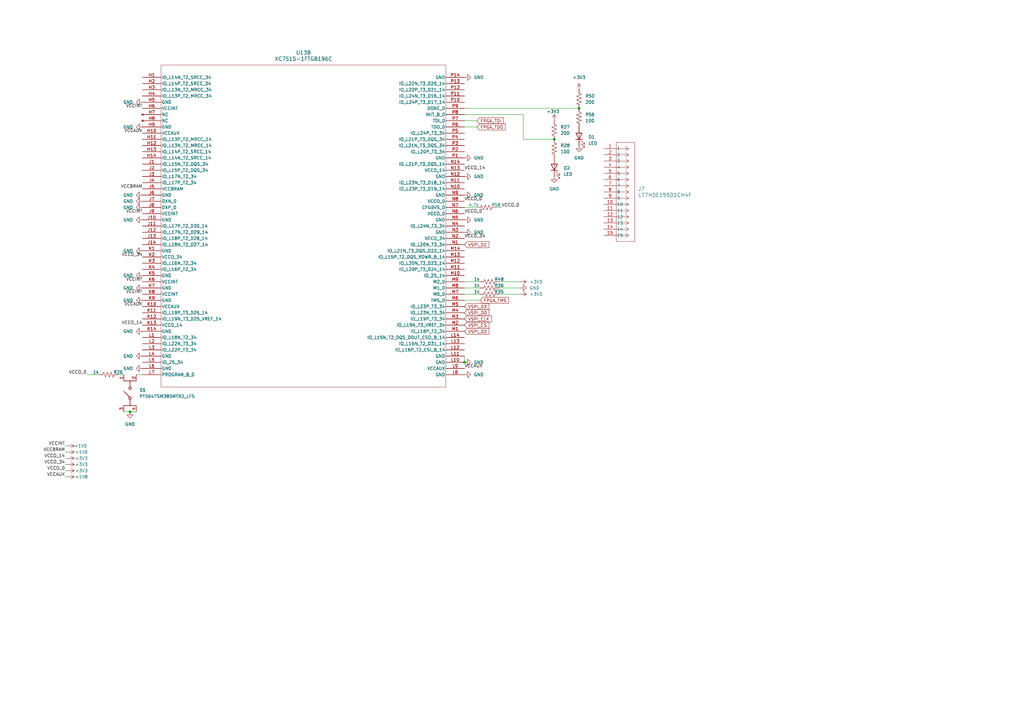
<source format=kicad_sch>
(kicad_sch (version 20250114) (generator "eeschema") (generator_version "9.0")
  (paper "A3")
  (lib_symbols
    (symbol "Device:LED" (pin_numbers (hide yes)) (pin_names (offset 1.016) (hide yes))
      (property "Reference" "D" (at 0 2.54 0))
      (property "Value" "LED" (at 0 -2.54 0))
      (symbol "LED_0_1"
        (polyline (pts (xy -3.048 -0.762) (xy -4.572 -2.286) (xy -3.81 -2.286) (xy -4.572 -2.286) (xy -4.572 -1.524)))
        (polyline (pts (xy -1.778 -0.762) (xy -3.302 -2.286) (xy -2.54 -2.286) (xy -3.302 -2.286) (xy -3.302 -1.524)))
        (polyline (pts (xy -1.27 0) (xy 1.27 0)))
        (polyline (pts (xy -1.27 -1.27) (xy -1.27 1.27)) (stroke (width 0.254)))
        (polyline (pts (xy 1.27 -1.27) (xy 1.27 1.27) (xy -1.27 0) (xy 1.27 -1.27)) (stroke (width 0.254)))
      )
      (symbol "LED_1_1"
        (pin passive line (at -3.81 0 0) (length 2.54) (name "K") (number "1"))
        (pin passive line (at 3.81 0 180) (length 2.54) (name "A") (number "2"))
      )
    )
    (symbol "Device:R_US" (pin_numbers (hide yes)) (pin_names (offset 0))
      (property "Reference" "R" (at 2.54 0 90))
      (property "Value" "R_US" (at -2.54 0 90))
      (symbol "R_US_0_1"
        (polyline (pts (xy 0 2.286) (xy 0 2.54)))
        (polyline (pts (xy 0 2.286) (xy 1.016 1.905) (xy 0 1.524) (xy -1.016 1.143) (xy 0 0.762)))
        (polyline (pts (xy 0 0.762) (xy 1.016 0.381) (xy 0 0) (xy -1.016 -0.381) (xy 0 -0.762)))
        (polyline (pts (xy 0 -0.762) (xy 1.016 -1.143) (xy 0 -1.524) (xy -1.016 -1.905) (xy 0 -2.286)))
        (polyline (pts (xy 0 -2.286) (xy 0 -2.54)))
      )
      (symbol "R_US_1_1"
        (pin passive line (at 0 3.81 270) (length 1.27) (name "~") (number "1"))
        (pin passive line (at 0 -3.81 90) (length 1.27) (name "~") (number "2"))
      )
    )
    (symbol "FPGA&MCU:XC7S15-1FTGB196C" (pin_names (offset 0.254))
      (property "Reference" "U" (at 58.42 10.16 0))
      (property "Value" "XC7S15-1FTGB196C" (at 58.42 7.62 0))
      (symbol "XC7S15-1FTGB196C_1_1"
        (polyline (pts (xy 7.62 5.08) (xy 7.62 -127)) (stroke (width 0.127)))
        (polyline (pts (xy 7.62 -127) (xy 109.22 -127)) (stroke (width 0.127)))
        (polyline (pts (xy 109.22 5.08) (xy 7.62 5.08)) (stroke (width 0.127)))
        (polyline (pts (xy 109.22 -127) (xy 109.22 5.08)) (stroke (width 0.127)))
        (pin power_out line (at 0 0 0) (length 7.62) (name "GND") (number "A1"))
        (pin bidirectional line (at 0 -2.54 0) (length 7.62) (name "IO_L3N_T0_DQS_34") (number "A2"))
        (pin bidirectional line (at 0 -5.08 0) (length 7.62) (name "IO_L2N_T0_34") (number "A3"))
        (pin bidirectional line (at 0 -7.62 0) (length 7.62) (name "IO_L2P_T0_34") (number "A4"))
        (pin bidirectional line (at 0 -10.16 0) (length 7.62) (name "IO_L4N_T0_34") (number "A5"))
        (pin power_out line (at 0 -12.7 0) (length 7.62) (name "GND") (number "A6"))
        (pin input line (at 0 -15.24 0) (length 7.62) (name "TCK_0") (number "A7"))
        (pin bidirectional line (at 0 -17.78 0) (length 7.62) (name "CCLK_0") (number "A8"))
        (pin power_out line (at 0 -20.32 0) (length 7.62) (name "GND") (number "A9"))
        (pin bidirectional line (at 0 -22.86 0) (length 7.62) (name "IO_L3N_T0_DQS_EMCCLK_14") (number "A10"))
        (pin power_out line (at 0 -25.4 0) (length 7.62) (name "GND") (number "A11"))
        (pin bidirectional line (at 0 -27.94 0) (length 7.62) (name "IO_L4P_T0_D04_14") (number "A12"))
        (pin bidirectional line (at 0 -30.48 0) (length 7.62) (name "IO_L4N_T0_D05_14") (number "A13"))
        (pin power_out line (at 0 -33.02 0) (length 7.62) (name "GND") (number "A14"))
        (pin bidirectional line (at 0 -35.56 0) (length 7.62) (name "IO_L5N_T0_34") (number "B1"))
        (pin bidirectional line (at 0 -38.1 0) (length 7.62) (name "IO_L5P_T0_34") (number "B2"))
        (pin bidirectional line (at 0 -40.64 0) (length 7.62) (name "IO_L3P_T0_DQS_34") (number "B3"))
        (pin power_out line (at 0 -43.18 0) (length 7.62) (name "GND") (number "B4"))
        (pin bidirectional line (at 0 -45.72 0) (length 7.62) (name "IO_L4P_T0_34") (number "B5"))
        (pin bidirectional line (at 0 -48.26 0) (length 7.62) (name "IO_0_34") (number "B6"))
        (pin power_out line (at 0 -50.8 0) (length 7.62) (name "GND") (number "B7"))
        (pin no_connect line (at 0 -53.34 0) (length 7.62) (name "NC") (number "B8"))
        (pin power_out line (at 0 -55.88 0) (length 7.62) (name "GND") (number "B9"))
        (pin bidirectional line (at 0 -58.42 0) (length 7.62) (name "IO_L3P_T0_DQS_PUDC_B_14") (number "B10"))
        (pin bidirectional line (at 0 -60.96 0) (length 7.62) (name "IO_L1P_T0_D00_MOSI_14") (number "B11"))
        (pin bidirectional line (at 0 -63.5 0) (length 7.62) (name "IO_L1N_T0_D01_DIN_14") (number "B12"))
        (pin bidirectional line (at 0 -66.04 0) (length 7.62) (name "IO_L5P_T0_D06_14") (number "B13"))
        (pin bidirectional line (at 0 -68.58 0) (length 7.62) (name "IO_L5N_T0_D07_14") (number "B14"))
        (pin bidirectional line (at 0 -71.12 0) (length 7.62) (name "IO_L11N_T1_SRCC_34") (number "C1"))
        (pin power_out line (at 0 -73.66 0) (length 7.62) (name "GND") (number "C2"))
        (pin bidirectional line (at 0 -76.2 0) (length 7.62) (name "IO_L1N_T0_34") (number "C3"))
        (pin bidirectional line (at 0 -78.74 0) (length 7.62) (name "IO_L6N_T0_VREF_34") (number "C4"))
        (pin bidirectional line (at 0 -81.28 0) (length 7.62) (name "IO_L6P_T0_34") (number "C5"))
        (pin power_out line (at 0 -83.82 0) (length 7.62) (name "GND") (number "C6"))
        (pin power_out line (at 0 -86.36 0) (length 7.62) (name "GND") (number "C7"))
        (pin power_out line (at 0 -88.9 0) (length 7.62) (name "GND") (number "C8"))
        (pin power_out line (at 0 -91.44 0) (length 7.62) (name "GND") (number "C9"))
        (pin bidirectional line (at 0 -93.98 0) (length 7.62) (name "IO_L2N_T0_D03_14") (number "C10"))
        (pin bidirectional line (at 0 -96.52 0) (length 7.62) (name "IO_L6P_T0_FCS_B_14") (number "C11"))
        (pin bidirectional line (at 0 -99.06 0) (length 7.62) (name "IO_L6N_T0_D08_VREF_14") (number "C12"))
        (pin power_out line (at 0 -101.6 0) (length 7.62) (name "GND") (number "C13"))
        (pin bidirectional line (at 0 -104.14 0) (length 7.62) (name "IO_L11N_T1_SRCC_14") (number "C14"))
        (pin bidirectional line (at 0 -106.68 0) (length 7.62) (name "IO_L11P_T1_SRCC_34") (number "D1"))
        (pin bidirectional line (at 0 -109.22 0) (length 7.62) (name "IO_L10N_T1_34") (number "D2"))
        (pin bidirectional line (at 0 -111.76 0) (length 7.62) (name "IO_L1P_T0_34") (number "D3"))
        (pin bidirectional line (at 0 -114.3 0) (length 7.62) (name "IO_L7N_T1_34") (number "D4"))
        (pin power_out line (at 0 -116.84 0) (length 7.62) (name "GND") (number "D5"))
        (pin power_in line (at 0 -119.38 0) (length 7.62) (name "VCCINT") (number "D6"))
        (pin power_out line (at 0 -121.92 0) (length 7.62) (name "GND") (number "D7"))
        (pin bidirectional line (at 116.84 0 180) (length 7.62) (name "IO_L9P_T1_DQS_14") (number "G14"))
        (pin power_in line (at 116.84 -2.54 180) (length 7.62) (name "VCCO_14") (number "G13"))
        (pin power_out line (at 116.84 -5.08 180) (length 7.62) (name "GND") (number "G12"))
        (pin bidirectional line (at 116.84 -7.62 180) (length 7.62) (name "IO_L12P_T1_MRCC_14") (number "G11"))
        (pin power_out line (at 116.84 -10.16 180) (length 7.62) (name "GND") (number "G10"))
        (pin power_in line (at 116.84 -12.7 180) (length 7.62) (name "VCCINT") (number "G9"))
        (pin no_connect line (at 116.84 -15.24 180) (length 7.62) (name "NC") (number "G8"))
        (pin no_connect line (at 116.84 -17.78 180) (length 7.62) (name "NC") (number "G7"))
        (pin power_out line (at 116.84 -20.32 180) (length 7.62) (name "GND") (number "G6"))
        (pin power_in line (at 116.84 -22.86 180) (length 7.62) (name "VCCBRAM") (number "G5"))
        (pin bidirectional line (at 116.84 -25.4 180) (length 7.62) (name "IO_L12P_T1_MRCC_34") (number "G4"))
        (pin power_out line (at 116.84 -27.94 180) (length 7.62) (name "GND") (number "G3"))
        (pin power_in line (at 116.84 -30.48 180) (length 7.62) (name "VCCO_34") (number "G2"))
        (pin bidirectional line (at 116.84 -33.02 180) (length 7.62) (name "IO_L9P_T1_DQS_34") (number "G1"))
        (pin bidirectional line (at 116.84 -35.56 180) (length 7.62) (name "IO_L9N_T1_DQS_D13_14") (number "F14"))
        (pin bidirectional line (at 116.84 -38.1 180) (length 7.62) (name "IO_L10P_T1_D14_14") (number "F13"))
        (pin bidirectional line (at 116.84 -40.64 180) (length 7.62) (name "IO_L7P_T1_D09_14") (number "F12"))
        (pin bidirectional line (at 116.84 -43.18 180) (length 7.62) (name "IO_L12N_T1_MRCC_14") (number "F11"))
        (pin power_in line (at 116.84 -45.72 180) (length 7.62) (name "VCCAUX") (number "F10"))
        (pin power_out line (at 116.84 -48.26 180) (length 7.62) (name "GND") (number "F9"))
        (pin no_connect line (at 116.84 -50.8 180) (length 7.62) (name "NC") (number "F8"))
        (pin no_connect line (at 116.84 -53.34 180) (length 7.62) (name "NC") (number "F7"))
        (pin power_in line (at 116.84 -55.88 180) (length 7.62) (name "VCCINT") (number "F6"))
        (pin power_out line (at 116.84 -58.42 180) (length 7.62) (name "GND") (number "F5"))
        (pin bidirectional line (at 116.84 -60.96 180) (length 7.62) (name "IO_L12N_T1_MRCC_34") (number "F4"))
        (pin bidirectional line (at 116.84 -63.5 180) (length 7.62) (name "IO_L8P_T1_34") (number "F3"))
        (pin bidirectional line (at 116.84 -66.04 180) (length 7.62) (name "IO_L8N_T1_34") (number "F2"))
        (pin bidirectional line (at 116.84 -68.58 180) (length 7.62) (name "IO_L9N_T1_DQS_34") (number "F1"))
        (pin power_out line (at 116.84 -71.12 180) (length 7.62) (name "GND") (number "E14"))
        (pin bidirectional line (at 116.84 -73.66 180) (length 7.62) (name "IO_L10N_T1_D15_14") (number "E13"))
        (pin bidirectional line (at 116.84 -76.2 180) (length 7.62) (name "IO_L7N_T1_D10_14") (number "E12"))
        (pin bidirectional line (at 116.84 -78.74 180) (length 7.62) (name "IO_0_14") (number "E11"))
        (pin power_out line (at 116.84 -81.28 180) (length 7.62) (name "GND") (number "E10"))
        (pin power_in line (at 116.84 -83.82 180) (length 7.62) (name "VCCINT") (number "E9"))
        (pin power_out line (at 116.84 -86.36 180) (length 7.62) (name "GND") (number "E8"))
        (pin power_in line (at 116.84 -88.9 180) (length 7.62) (name "VCCINT") (number "E7"))
        (pin power_out line (at 116.84 -91.44 180) (length 7.62) (name "GND") (number "E6"))
        (pin power_in line (at 116.84 -93.98 180) (length 7.62) (name "VCCBRAM") (number "E5"))
        (pin bidirectional line (at 116.84 -96.52 180) (length 7.62) (name "IO_L7P_T1_34") (number "E4"))
        (pin power_out line (at 116.84 -99.06 180) (length 7.62) (name "GND") (number "E3"))
        (pin bidirectional line (at 116.84 -101.6 180) (length 7.62) (name "IO_L10P_T1_34") (number "E2"))
        (pin power_out line (at 116.84 -104.14 180) (length 7.62) (name "GND") (number "E1"))
        (pin bidirectional line (at 116.84 -106.68 180) (length 7.62) (name "IO_L11P_T1_SRCC_14") (number "D14"))
        (pin bidirectional line (at 116.84 -109.22 180) (length 7.62) (name "IO_L8N_T1_D12_14") (number "D13"))
        (pin bidirectional line (at 116.84 -111.76 180) (length 7.62) (name "IO_L8P_T1_D11_14") (number "D12"))
        (pin power_out line (at 116.84 -114.3 180) (length 7.62) (name "GND") (number "D11"))
        (pin bidirectional line (at 116.84 -116.84 180) (length 7.62) (name "IO_L2P_T0_D02_14") (number "D10"))
        (pin power_out line (at 116.84 -119.38 180) (length 7.62) (name "GND") (number "D9"))
        (pin power_in line (at 116.84 -121.92 180) (length 7.62) (name "VCCINT") (number "D8"))
      )
      (symbol "XC7S15-1FTGB196C_2_1"
        (polyline (pts (xy 7.62 5.08) (xy 7.62 -127)) (stroke (width 0.127)))
        (polyline (pts (xy 7.62 -127) (xy 124.46 -127)) (stroke (width 0.127)))
        (polyline (pts (xy 124.46 5.08) (xy 7.62 5.08)) (stroke (width 0.127)))
        (polyline (pts (xy 124.46 -127) (xy 124.46 5.08)) (stroke (width 0.127)))
        (pin bidirectional line (at 0 0 0) (length 7.62) (name "IO_L14N_T2_SRCC_34") (number "H1"))
        (pin bidirectional line (at 0 -2.54 0) (length 7.62) (name "IO_L14P_T2_SRCC_34") (number "H2"))
        (pin bidirectional line (at 0 -5.08 0) (length 7.62) (name "IO_L13N_T2_MRCC_34") (number "H3"))
        (pin bidirectional line (at 0 -7.62 0) (length 7.62) (name "IO_L13P_T2_MRCC_34") (number "H4"))
        (pin power_out line (at 0 -10.16 0) (length 7.62) (name "GND") (number "H5"))
        (pin power_in line (at 0 -12.7 0) (length 7.62) (name "VCCINT") (number "H6"))
        (pin no_connect line (at 0 -15.24 0) (length 7.62) (name "NC") (number "H7"))
        (pin no_connect line (at 0 -17.78 0) (length 7.62) (name "NC") (number "H8"))
        (pin power_out line (at 0 -20.32 0) (length 7.62) (name "GND") (number "H9"))
        (pin power_in line (at 0 -22.86 0) (length 7.62) (name "VCCAUX") (number "H10"))
        (pin bidirectional line (at 0 -25.4 0) (length 7.62) (name "IO_L13P_T2_MRCC_14") (number "H11"))
        (pin bidirectional line (at 0 -27.94 0) (length 7.62) (name "IO_L13N_T2_MRCC_14") (number "H12"))
        (pin bidirectional line (at 0 -30.48 0) (length 7.62) (name "IO_L14P_T2_SRCC_14") (number "H13"))
        (pin bidirectional line (at 0 -33.02 0) (length 7.62) (name "IO_L14N_T2_SRCC_14") (number "H14"))
        (pin bidirectional line (at 0 -35.56 0) (length 7.62) (name "IO_L15N_T2_DQS_34") (number "J1"))
        (pin bidirectional line (at 0 -38.1 0) (length 7.62) (name "IO_L15P_T2_DQS_34") (number "J2"))
        (pin bidirectional line (at 0 -40.64 0) (length 7.62) (name "IO_L17N_T2_34") (number "J3"))
        (pin bidirectional line (at 0 -43.18 0) (length 7.62) (name "IO_L17P_T2_34") (number "J4"))
        (pin power_in line (at 0 -45.72 0) (length 7.62) (name "VCCBRAM") (number "J5"))
        (pin power_out line (at 0 -48.26 0) (length 7.62) (name "GND") (number "J6"))
        (pin unspecified line (at 0 -50.8 0) (length 7.62) (name "DXN_0") (number "J7"))
        (pin unspecified line (at 0 -53.34 0) (length 7.62) (name "DXP_0") (number "J8"))
        (pin power_in line (at 0 -55.88 0) (length 7.62) (name "VCCINT") (number "J9"))
        (pin power_out line (at 0 -58.42 0) (length 7.62) (name "GND") (number "J10"))
        (pin bidirectional line (at 0 -60.96 0) (length 7.62) (name "IO_L17P_T2_D30_14") (number "J11"))
        (pin bidirectional line (at 0 -63.5 0) (length 7.62) (name "IO_L17N_T2_D29_14") (number "J12"))
        (pin bidirectional line (at 0 -66.04 0) (length 7.62) (name "IO_L18P_T2_D28_14") (number "J13"))
        (pin bidirectional line (at 0 -68.58 0) (length 7.62) (name "IO_L18N_T2_D27_14") (number "J14"))
        (pin power_out line (at 0 -71.12 0) (length 7.62) (name "GND") (number "K1"))
        (pin power_in line (at 0 -73.66 0) (length 7.62) (name "VCCO_34") (number "K2"))
        (pin bidirectional line (at 0 -76.2 0) (length 7.62) (name "IO_L16N_T2_34") (number "K3"))
        (pin bidirectional line (at 0 -78.74 0) (length 7.62) (name "IO_L16P_T2_34") (number "K4"))
        (pin power_out line (at 0 -81.28 0) (length 7.62) (name "GND") (number "K5"))
        (pin power_in line (at 0 -83.82 0) (length 7.62) (name "VCCINT") (number "K6"))
        (pin power_out line (at 0 -86.36 0) (length 7.62) (name "GND") (number "K7"))
        (pin power_in line (at 0 -88.9 0) (length 7.62) (name "VCCINT") (number "K8"))
        (pin power_out line (at 0 -91.44 0) (length 7.62) (name "GND") (number "K9"))
        (pin power_in line (at 0 -93.98 0) (length 7.62) (name "VCCAUX") (number "K10"))
        (pin bidirectional line (at 0 -96.52 0) (length 7.62) (name "IO_L19P_T3_D26_14") (number "K11"))
        (pin bidirectional line (at 0 -99.06 0) (length 7.62) (name "IO_L19N_T3_D25_VREF_14") (number "K12"))
        (pin power_in line (at 0 -101.6 0) (length 7.62) (name "VCCO_14") (number "K13"))
        (pin power_out line (at 0 -104.14 0) (length 7.62) (name "GND") (number "K14"))
        (pin bidirectional line (at 0 -106.68 0) (length 7.62) (name "IO_L18N_T2_34") (number "L1"))
        (pin bidirectional line (at 0 -109.22 0) (length 7.62) (name "IO_L22N_T3_34") (number "L2"))
        (pin bidirectional line (at 0 -111.76 0) (length 7.62) (name "IO_L22P_T3_34") (number "L3"))
        (pin power_out line (at 0 -114.3 0) (length 7.62) (name "GND") (number "L4"))
        (pin bidirectional line (at 0 -116.84 0) (length 7.62) (name "IO_25_34") (number "L5"))
        (pin power_out line (at 0 -119.38 0) (length 7.62) (name "GND") (number "L6"))
        (pin input line (at 0 -121.92 0) (length 7.62) (name "PROGRAM_B_0") (number "L7"))
        (pin power_out line (at 132.08 0 180) (length 7.62) (name "GND") (number "P14"))
        (pin bidirectional line (at 132.08 -2.54 180) (length 7.62) (name "IO_L22N_T3_D20_14") (number "P13"))
        (pin bidirectional line (at 132.08 -5.08 180) (length 7.62) (name "IO_L22P_T3_D21_14") (number "P12"))
        (pin bidirectional line (at 132.08 -7.62 180) (length 7.62) (name "IO_L24N_T3_D16_14") (number "P11"))
        (pin bidirectional line (at 132.08 -10.16 180) (length 7.62) (name "IO_L24P_T3_D17_14") (number "P10"))
        (pin bidirectional line (at 132.08 -12.7 180) (length 7.62) (name "DONE_0") (number "P9"))
        (pin bidirectional line (at 132.08 -15.24 180) (length 7.62) (name "INIT_B_0") (number "P8"))
        (pin input line (at 132.08 -17.78 180) (length 7.62) (name "TDI_0") (number "P7"))
        (pin output line (at 132.08 -20.32 180) (length 7.62) (name "TDO_0") (number "P6"))
        (pin bidirectional line (at 132.08 -22.86 180) (length 7.62) (name "IO_L24P_T3_34") (number "P5"))
        (pin bidirectional line (at 132.08 -25.4 180) (length 7.62) (name "IO_L21P_T3_DQS_34") (number "P4"))
        (pin bidirectional line (at 132.08 -27.94 180) (length 7.62) (name "IO_L21N_T3_DQS_34") (number "P3"))
        (pin bidirectional line (at 132.08 -30.48 180) (length 7.62) (name "IO_L20P_T3_34") (number "P2"))
        (pin power_out line (at 132.08 -33.02 180) (length 7.62) (name "GND") (number "P1"))
        (pin bidirectional line (at 132.08 -35.56 180) (length 7.62) (name "IO_L21P_T3_DQS_14") (number "N14"))
        (pin power_in line (at 132.08 -38.1 180) (length 7.62) (name "VCCO_14") (number "N13"))
        (pin power_out line (at 132.08 -40.64 180) (length 7.62) (name "GND") (number "N12"))
        (pin bidirectional line (at 132.08 -43.18 180) (length 7.62) (name "IO_L23N_T3_D18_14") (number "N11"))
        (pin bidirectional line (at 132.08 -45.72 180) (length 7.62) (name "IO_L23P_T3_D19_14") (number "N10"))
        (pin power_out line (at 132.08 -48.26 180) (length 7.62) (name "GND") (number "N9"))
        (pin power_in line (at 132.08 -50.8 180) (length 7.62) (name "VCCO_0") (number "N8"))
        (pin input line (at 132.08 -53.34 180) (length 7.62) (name "CFGBVS_0") (number "N7"))
        (pin power_in line (at 132.08 -55.88 180) (length 7.62) (name "VCCO_0") (number "N6"))
        (pin power_out line (at 132.08 -58.42 180) (length 7.62) (name "GND") (number "N5"))
        (pin bidirectional line (at 132.08 -60.96 180) (length 7.62) (name "IO_L24N_T3_34") (number "N4"))
        (pin power_out line (at 132.08 -63.5 180) (length 7.62) (name "GND") (number "N3"))
        (pin power_in line (at 132.08 -66.04 180) (length 7.62) (name "VCCO_34") (number "N2"))
        (pin bidirectional line (at 132.08 -68.58 180) (length 7.62) (name "IO_L20N_T3_34") (number "N1"))
        (pin bidirectional line (at 132.08 -71.12 180) (length 7.62) (name "IO_L21N_T3_DQS_D22_14") (number "M14"))
        (pin bidirectional line (at 132.08 -73.66 180) (length 7.62) (name "IO_L15P_T2_DQS_RDWR_B_14") (number "M13"))
        (pin bidirectional line (at 132.08 -76.2 180) (length 7.62) (name "IO_L20N_T3_D23_14") (number "M12"))
        (pin bidirectional line (at 132.08 -78.74 180) (length 7.62) (name "IO_L20P_T3_D24_14") (number "M11"))
        (pin bidirectional line (at 132.08 -81.28 180) (length 7.62) (name "IO_25_14") (number "M10"))
        (pin input line (at 132.08 -83.82 180) (length 7.62) (name "M2_0") (number "M9"))
        (pin input line (at 132.08 -86.36 180) (length 7.62) (name "M1_0") (number "M8"))
        (pin input line (at 132.08 -88.9 180) (length 7.62) (name "M0_0") (number "M7"))
        (pin input line (at 132.08 -91.44 180) (length 7.62) (name "TMS_0") (number "M6"))
        (pin bidirectional line (at 132.08 -93.98 180) (length 7.62) (name "IO_L23P_T3_34") (number "M5"))
        (pin bidirectional line (at 132.08 -96.52 180) (length 7.62) (name "IO_L23N_T3_34") (number "M4"))
        (pin bidirectional line (at 132.08 -99.06 180) (length 7.62) (name "IO_L19P_T3_34") (number "M3"))
        (pin bidirectional line (at 132.08 -101.6 180) (length 7.62) (name "IO_L19N_T3_VREF_34") (number "M2"))
        (pin bidirectional line (at 132.08 -104.14 180) (length 7.62) (name "IO_L18P_T2_34") (number "M1"))
        (pin bidirectional line (at 132.08 -106.68 180) (length 7.62) (name "IO_L15N_T2_DQS_DOUT_CSO_B_14") (number "L14"))
        (pin bidirectional line (at 132.08 -109.22 180) (length 7.62) (name "IO_L16N_T2_D31_14") (number "L13"))
        (pin bidirectional line (at 132.08 -111.76 180) (length 7.62) (name "IO_L16P_T2_CSI_B_14") (number "L12"))
        (pin power_out line (at 132.08 -114.3 180) (length 7.62) (name "GND") (number "L11"))
        (pin power_out line (at 132.08 -116.84 180) (length 7.62) (name "GND") (number "L10"))
        (pin power_in line (at 132.08 -119.38 180) (length 7.62) (name "VCCAUX") (number "L9"))
        (pin power_out line (at 132.08 -121.92 180) (length 7.62) (name "GND") (number "L8"))
      )
    )
    (symbol "FPGA_Interface:L77HDE15SD1CH4F" (pin_names (offset 0.254))
      (property "Reference" "J" (at 8.89 6.35 0))
      (property "Value" "L77HDE15SD1CH4F" (at 0 0 0))
      (symbol "L77HDE15SD1CH4F_1_1"
        (polyline (pts (xy 5.08 2.54) (xy 5.08 -38.1)) (stroke (width 0.127)))
        (polyline (pts (xy 5.08 -38.1) (xy 12.7 -38.1)) (stroke (width 0.127)))
        (polyline (pts (xy 10.16 0) (xy 5.08 0)) (stroke (width 0.127)))
        (polyline (pts (xy 10.16 0) (xy 8.89 0.8467)) (stroke (width 0.127)))
        (polyline (pts (xy 10.16 0) (xy 8.89 -0.8467)) (stroke (width 0.127)))
        (polyline (pts (xy 10.16 -2.54) (xy 5.08 -2.54)) (stroke (width 0.127)))
        (polyline (pts (xy 10.16 -2.54) (xy 8.89 -1.6933)) (stroke (width 0.127)))
        (polyline (pts (xy 10.16 -2.54) (xy 8.89 -3.3867)) (stroke (width 0.127)))
        (polyline (pts (xy 10.16 -5.08) (xy 5.08 -5.08)) (stroke (width 0.127)))
        (polyline (pts (xy 10.16 -5.08) (xy 8.89 -4.2333)) (stroke (width 0.127)))
        (polyline (pts (xy 10.16 -5.08) (xy 8.89 -5.9267)) (stroke (width 0.127)))
        (polyline (pts (xy 10.16 -7.62) (xy 5.08 -7.62)) (stroke (width 0.127)))
        (polyline (pts (xy 10.16 -7.62) (xy 8.89 -6.7733)) (stroke (width 0.127)))
        (polyline (pts (xy 10.16 -7.62) (xy 8.89 -8.4667)) (stroke (width 0.127)))
        (polyline (pts (xy 10.16 -10.16) (xy 5.08 -10.16)) (stroke (width 0.127)))
        (polyline (pts (xy 10.16 -10.16) (xy 8.89 -9.3133)) (stroke (width 0.127)))
        (polyline (pts (xy 10.16 -10.16) (xy 8.89 -11.0067)) (stroke (width 0.127)))
        (polyline (pts (xy 10.16 -12.7) (xy 5.08 -12.7)) (stroke (width 0.127)))
        (polyline (pts (xy 10.16 -12.7) (xy 8.89 -11.8533)) (stroke (width 0.127)))
        (polyline (pts (xy 10.16 -12.7) (xy 8.89 -13.5467)) (stroke (width 0.127)))
        (polyline (pts (xy 10.16 -15.24) (xy 5.08 -15.24)) (stroke (width 0.127)))
        (polyline (pts (xy 10.16 -15.24) (xy 8.89 -14.3933)) (stroke (width 0.127)))
        (polyline (pts (xy 10.16 -15.24) (xy 8.89 -16.0867)) (stroke (width 0.127)))
        (polyline (pts (xy 10.16 -17.78) (xy 5.08 -17.78)) (stroke (width 0.127)))
        (polyline (pts (xy 10.16 -17.78) (xy 8.89 -16.9333)) (stroke (width 0.127)))
        (polyline (pts (xy 10.16 -17.78) (xy 8.89 -18.6267)) (stroke (width 0.127)))
        (polyline (pts (xy 10.16 -20.32) (xy 5.08 -20.32)) (stroke (width 0.127)))
        (polyline (pts (xy 10.16 -20.32) (xy 8.89 -19.4733)) (stroke (width 0.127)))
        (polyline (pts (xy 10.16 -20.32) (xy 8.89 -21.1667)) (stroke (width 0.127)))
        (polyline (pts (xy 10.16 -22.86) (xy 5.08 -22.86)) (stroke (width 0.127)))
        (polyline (pts (xy 10.16 -22.86) (xy 8.89 -22.0133)) (stroke (width 0.127)))
        (polyline (pts (xy 10.16 -22.86) (xy 8.89 -23.7067)) (stroke (width 0.127)))
        (polyline (pts (xy 10.16 -25.4) (xy 5.08 -25.4)) (stroke (width 0.127)))
        (polyline (pts (xy 10.16 -25.4) (xy 8.89 -24.5533)) (stroke (width 0.127)))
        (polyline (pts (xy 10.16 -25.4) (xy 8.89 -26.2467)) (stroke (width 0.127)))
        (polyline (pts (xy 10.16 -27.94) (xy 5.08 -27.94)) (stroke (width 0.127)))
        (polyline (pts (xy 10.16 -27.94) (xy 8.89 -27.0933)) (stroke (width 0.127)))
        (polyline (pts (xy 10.16 -27.94) (xy 8.89 -28.7867)) (stroke (width 0.127)))
        (polyline (pts (xy 10.16 -30.48) (xy 5.08 -30.48)) (stroke (width 0.127)))
        (polyline (pts (xy 10.16 -30.48) (xy 8.89 -29.6333)) (stroke (width 0.127)))
        (polyline (pts (xy 10.16 -30.48) (xy 8.89 -31.3267)) (stroke (width 0.127)))
        (polyline (pts (xy 10.16 -33.02) (xy 5.08 -33.02)) (stroke (width 0.127)))
        (polyline (pts (xy 10.16 -33.02) (xy 8.89 -32.1733)) (stroke (width 0.127)))
        (polyline (pts (xy 10.16 -33.02) (xy 8.89 -33.8667)) (stroke (width 0.127)))
        (polyline (pts (xy 10.16 -35.56) (xy 5.08 -35.56)) (stroke (width 0.127)))
        (polyline (pts (xy 10.16 -35.56) (xy 8.89 -34.7133)) (stroke (width 0.127)))
        (polyline (pts (xy 10.16 -35.56) (xy 8.89 -36.4067)) (stroke (width 0.127)))
        (polyline (pts (xy 12.7 2.54) (xy 5.08 2.54)) (stroke (width 0.127)))
        (polyline (pts (xy 12.7 -38.1) (xy 12.7 2.54)) (stroke (width 0.127)))
        (pin unspecified line (at 0 0 0) (length 5.08) (name "1") (number "1"))
        (pin unspecified line (at 0 -2.54 0) (length 5.08) (name "2") (number "2"))
        (pin unspecified line (at 0 -5.08 0) (length 5.08) (name "3") (number "3"))
        (pin unspecified line (at 0 -7.62 0) (length 5.08) (name "4") (number "4"))
        (pin unspecified line (at 0 -10.16 0) (length 5.08) (name "5") (number "5"))
        (pin unspecified line (at 0 -12.7 0) (length 5.08) (name "6") (number "6"))
        (pin unspecified line (at 0 -15.24 0) (length 5.08) (name "7") (number "7"))
        (pin unspecified line (at 0 -17.78 0) (length 5.08) (name "8") (number "8"))
        (pin unspecified line (at 0 -20.32 0) (length 5.08) (name "9") (number "9"))
        (pin unspecified line (at 0 -22.86 0) (length 5.08) (name "10") (number "10"))
        (pin unspecified line (at 0 -25.4 0) (length 5.08) (name "11") (number "11"))
        (pin unspecified line (at 0 -27.94 0) (length 5.08) (name "12") (number "12"))
        (pin unspecified line (at 0 -30.48 0) (length 5.08) (name "13") (number "13"))
        (pin unspecified line (at 0 -33.02 0) (length 5.08) (name "14") (number "14"))
        (pin unspecified line (at 0 -35.56 0) (length 5.08) (name "15") (number "15"))
      )
      (symbol "L77HDE15SD1CH4F_1_2"
        (polyline (pts (xy 5.08 2.54) (xy 5.08 -38.1)) (stroke (width 0.127)))
        (polyline (pts (xy 5.08 -38.1) (xy 12.7 -38.1)) (stroke (width 0.127)))
        (polyline (pts (xy 7.62 0) (xy 5.08 0)) (stroke (width 0.127)))
        (polyline (pts (xy 7.62 0) (xy 8.89 0.8467)) (stroke (width 0.127)))
        (polyline (pts (xy 7.62 0) (xy 8.89 -0.8467)) (stroke (width 0.127)))
        (polyline (pts (xy 7.62 -2.54) (xy 5.08 -2.54)) (stroke (width 0.127)))
        (polyline (pts (xy 7.62 -2.54) (xy 8.89 -1.6933)) (stroke (width 0.127)))
        (polyline (pts (xy 7.62 -2.54) (xy 8.89 -3.3867)) (stroke (width 0.127)))
        (polyline (pts (xy 7.62 -5.08) (xy 5.08 -5.08)) (stroke (width 0.127)))
        (polyline (pts (xy 7.62 -5.08) (xy 8.89 -4.2333)) (stroke (width 0.127)))
        (polyline (pts (xy 7.62 -5.08) (xy 8.89 -5.9267)) (stroke (width 0.127)))
        (polyline (pts (xy 7.62 -7.62) (xy 5.08 -7.62)) (stroke (width 0.127)))
        (polyline (pts (xy 7.62 -7.62) (xy 8.89 -6.7733)) (stroke (width 0.127)))
        (polyline (pts (xy 7.62 -7.62) (xy 8.89 -8.4667)) (stroke (width 0.127)))
        (polyline (pts (xy 7.62 -10.16) (xy 5.08 -10.16)) (stroke (width 0.127)))
        (polyline (pts (xy 7.62 -10.16) (xy 8.89 -9.3133)) (stroke (width 0.127)))
        (polyline (pts (xy 7.62 -10.16) (xy 8.89 -11.0067)) (stroke (width 0.127)))
        (polyline (pts (xy 7.62 -12.7) (xy 5.08 -12.7)) (stroke (width 0.127)))
        (polyline (pts (xy 7.62 -12.7) (xy 8.89 -11.8533)) (stroke (width 0.127)))
        (polyline (pts (xy 7.62 -12.7) (xy 8.89 -13.5467)) (stroke (width 0.127)))
        (polyline (pts (xy 7.62 -15.24) (xy 5.08 -15.24)) (stroke (width 0.127)))
        (polyline (pts (xy 7.62 -15.24) (xy 8.89 -14.3933)) (stroke (width 0.127)))
        (polyline (pts (xy 7.62 -15.24) (xy 8.89 -16.0867)) (stroke (width 0.127)))
        (polyline (pts (xy 7.62 -17.78) (xy 5.08 -17.78)) (stroke (width 0.127)))
        (polyline (pts (xy 7.62 -17.78) (xy 8.89 -16.9333)) (stroke (width 0.127)))
        (polyline (pts (xy 7.62 -17.78) (xy 8.89 -18.6267)) (stroke (width 0.127)))
        (polyline (pts (xy 7.62 -20.32) (xy 5.08 -20.32)) (stroke (width 0.127)))
        (polyline (pts (xy 7.62 -20.32) (xy 8.89 -19.4733)) (stroke (width 0.127)))
        (polyline (pts (xy 7.62 -20.32) (xy 8.89 -21.1667)) (stroke (width 0.127)))
        (polyline (pts (xy 7.62 -22.86) (xy 5.08 -22.86)) (stroke (width 0.127)))
        (polyline (pts (xy 7.62 -22.86) (xy 8.89 -22.0133)) (stroke (width 0.127)))
        (polyline (pts (xy 7.62 -22.86) (xy 8.89 -23.7067)) (stroke (width 0.127)))
        (polyline (pts (xy 7.62 -25.4) (xy 5.08 -25.4)) (stroke (width 0.127)))
        (polyline (pts (xy 7.62 -25.4) (xy 8.89 -24.5533)) (stroke (width 0.127)))
        (polyline (pts (xy 7.62 -25.4) (xy 8.89 -26.2467)) (stroke (width 0.127)))
        (polyline (pts (xy 7.62 -27.94) (xy 5.08 -27.94)) (stroke (width 0.127)))
        (polyline (pts (xy 7.62 -27.94) (xy 8.89 -27.0933)) (stroke (width 0.127)))
        (polyline (pts (xy 7.62 -27.94) (xy 8.89 -28.7867)) (stroke (width 0.127)))
        (polyline (pts (xy 7.62 -30.48) (xy 5.08 -30.48)) (stroke (width 0.127)))
        (polyline (pts (xy 7.62 -30.48) (xy 8.89 -29.6333)) (stroke (width 0.127)))
        (polyline (pts (xy 7.62 -30.48) (xy 8.89 -31.3267)) (stroke (width 0.127)))
        (polyline (pts (xy 7.62 -33.02) (xy 5.08 -33.02)) (stroke (width 0.127)))
        (polyline (pts (xy 7.62 -33.02) (xy 8.89 -32.1733)) (stroke (width 0.127)))
        (polyline (pts (xy 7.62 -33.02) (xy 8.89 -33.8667)) (stroke (width 0.127)))
        (polyline (pts (xy 7.62 -35.56) (xy 5.08 -35.56)) (stroke (width 0.127)))
        (polyline (pts (xy 7.62 -35.56) (xy 8.89 -34.7133)) (stroke (width 0.127)))
        (polyline (pts (xy 7.62 -35.56) (xy 8.89 -36.4067)) (stroke (width 0.127)))
        (polyline (pts (xy 12.7 2.54) (xy 5.08 2.54)) (stroke (width 0.127)))
        (polyline (pts (xy 12.7 -38.1) (xy 12.7 2.54)) (stroke (width 0.127)))
        (pin unspecified line (at 0 0 0) (length 5.08) (name "1") (number "1"))
        (pin unspecified line (at 0 -2.54 0) (length 5.08) (name "2") (number "2"))
        (pin unspecified line (at 0 -5.08 0) (length 5.08) (name "3") (number "3"))
        (pin unspecified line (at 0 -7.62 0) (length 5.08) (name "4") (number "4"))
        (pin unspecified line (at 0 -10.16 0) (length 5.08) (name "5") (number "5"))
        (pin unspecified line (at 0 -12.7 0) (length 5.08) (name "6") (number "6"))
        (pin unspecified line (at 0 -15.24 0) (length 5.08) (name "7") (number "7"))
        (pin unspecified line (at 0 -17.78 0) (length 5.08) (name "8") (number "8"))
        (pin unspecified line (at 0 -20.32 0) (length 5.08) (name "9") (number "9"))
        (pin unspecified line (at 0 -22.86 0) (length 5.08) (name "10") (number "10"))
        (pin unspecified line (at 0 -25.4 0) (length 5.08) (name "11") (number "11"))
        (pin unspecified line (at 0 -27.94 0) (length 5.08) (name "12") (number "12"))
        (pin unspecified line (at 0 -30.48 0) (length 5.08) (name "13") (number "13"))
        (pin unspecified line (at 0 -33.02 0) (length 5.08) (name "14") (number "14"))
        (pin unspecified line (at 0 -35.56 0) (length 5.08) (name "15") (number "15"))
      )
    )
    (symbol "FPGA_Interface:PTS647SM38SMTR2_LFS" (pin_names (hide yes))
      (property "Reference" "S" (at 12.7 6.35 0))
      (property "Value" "PTS647SM38SMTR2_LFS" (at 12.7 3.81 0))
      (symbol "PTS647SM38SMTR2_LFS_1_1"
        (polyline (pts (xy 2.54 -2.54) (xy 5.08 -2.54)) (stroke (width 0.254)))
        (polyline (pts (xy 2.54 -5.08) (xy 2.54 0)) (stroke (width 0.254)))
        (circle (center 5.588 -2.54) (radius 0.508) (stroke (width 0.254)))
        (polyline (pts (xy 6.096 -2.286) (xy 8.382 0)) (stroke (width 0.254)))
        (circle (center 9.652 -2.54) (radius 0.508) (stroke (width 0.254)))
        (polyline (pts (xy 10.16 -2.54) (xy 12.7 -2.54)) (stroke (width 0.254)))
        (polyline (pts (xy 12.7 -5.08) (xy 12.7 0)) (stroke (width 0.254)))
        (pin passive line (at 0 0 0) (length 2.54) (name "COM_1") (number "3"))
        (pin passive line (at 0 -5.08 0) (length 2.54) (name "COM_2") (number "4"))
        (pin passive line (at 15.24 0 180) (length 2.54) (name "NO_1") (number "1"))
        (pin passive line (at 15.24 -5.08 180) (length 2.54) (name "NO_2") (number "2"))
      )
    )
    (symbol "power:+1V0" (power) (pin_numbers (hide yes)) (pin_names (offset 0) (hide yes))
      (property "Value" "+1V0" (at 0 3.556 0))
      (symbol "+1V0_0_1"
        (polyline (pts (xy -0.762 1.27) (xy 0 2.54)))
        (polyline (pts (xy 0 2.54) (xy 0.762 1.27)))
        (polyline (pts (xy 0 0) (xy 0 2.54)))
      )
      (symbol "+1V0_1_1"
        (pin power_in line (at 0 0 90) (length 0) (name "~") (number "1"))
      )
    )
    (symbol "power:+1V8" (power) (pin_numbers (hide yes)) (pin_names (offset 0) (hide yes))
      (property "Value" "+1V8" (at 0 3.556 0))
      (symbol "+1V8_0_1"
        (polyline (pts (xy -0.762 1.27) (xy 0 2.54)))
        (polyline (pts (xy 0 2.54) (xy 0.762 1.27)))
        (polyline (pts (xy 0 0) (xy 0 2.54)))
      )
      (symbol "+1V8_1_1"
        (pin power_in line (at 0 0 90) (length 0) (name "~") (number "1"))
      )
    )
    (symbol "power:+3V3" (power) (pin_numbers (hide yes)) (pin_names (offset 0) (hide yes))
      (property "Value" "+3V3" (at 0 3.556 0))
      (symbol "+3V3_0_1"
        (polyline (pts (xy -0.762 1.27) (xy 0 2.54)))
        (polyline (pts (xy 0 2.54) (xy 0.762 1.27)))
        (polyline (pts (xy 0 0) (xy 0 2.54)))
      )
      (symbol "+3V3_1_1"
        (pin power_in line (at 0 0 90) (length 0) (name "~") (number "1"))
      )
    )
    (symbol "power:GND" (power) (pin_numbers (hide yes)) (pin_names (offset 0) (hide yes))
      (property "Value" "GND" (at 0 -3.81 0))
      (symbol "GND_0_1"
        (polyline (pts (xy 0 0) (xy 0 -1.27) (xy 1.27 -1.27) (xy 0 -2.54) (xy -1.27 -1.27) (xy 0 -1.27)))
      )
      (symbol "GND_1_1"
        (pin power_in line (at 0 0 270) (length 0) (name "~") (number "1"))
      )
    )
  )
  (junction (at 227.33 57.15))
  (junction (at 190.5 148.59))
  (junction (at 237.49 44.45))
  (junction (at 53.34 168.91))
  (wire (pts (xy 40.64 153.67) (xy 35.56 153.67)))
  (wire (pts (xy 190.5 146.05) (xy 190.5 148.59)))
  (wire (pts (xy 58.42 153.67) (xy 55.88 153.67)))
  (wire (pts (xy 190.5 115.57) (xy 196.85 115.57)))
  (wire (pts (xy 53.34 168.91) (xy 55.88 168.91)))
  (wire (pts (xy 26.67 187.96) (xy 27.94 187.96)))
  (wire (pts (xy 50.8 153.67) (xy 48.26 153.67)))
  (wire (pts (xy 195.58 85.09) (xy 190.5 85.09)))
  (wire (pts (xy 190.5 46.99) (xy 214.63 46.99)))
  (wire (pts (xy 190.5 120.65) (xy 196.85 120.65)))
  (wire (pts (xy 26.67 182.88) (xy 27.94 182.88)))
  (wire (pts (xy 26.67 190.5) (xy 27.94 190.5)))
  (wire (pts (xy 190.5 49.53) (xy 195.58 49.53)))
  (wire (pts (xy 26.67 193.04) (xy 27.94 193.04)))
  (wire (pts (xy 190.5 44.45) (xy 237.49 44.45)))
  (wire (pts (xy 50.8 168.91) (xy 53.34 168.91)))
  (wire (pts (xy 190.5 118.11) (xy 196.85 118.11)))
  (wire (pts (xy 204.47 120.65) (xy 213.36 120.65)))
  (wire (pts (xy 214.63 57.15) (xy 227.33 57.15)))
  (wire (pts (xy 190.5 52.07) (xy 195.58 52.07)))
  (wire (pts (xy 26.67 195.58) (xy 27.94 195.58)))
  (wire (pts (xy 26.67 185.42) (xy 27.94 185.42)))
  (wire (pts (xy 214.63 46.99) (xy 214.63 57.15)))
  (wire (pts (xy 205.74 85.09) (xy 203.2 85.09)))
  (wire (pts (xy 190.5 123.19) (xy 196.85 123.19)))
  (wire (pts (xy 204.47 115.57) (xy 213.36 115.57)))
  (wire (pts (xy 204.47 118.11) (xy 213.36 118.11)))
  (label "VCCINT" (at 58.42 87.63 180))
  (label "VCCO_0" (at 35.56 153.67 180))
  (label "VCCO_0" (at 205.74 85.09 0))
  (label "VCCAUX" (at 58.42 125.73 180))
  (label "VCCO_34" (at 58.42 105.41 180))
  (label "VCCINT" (at 58.42 44.45 180))
  (label "VCCO_0" (at 26.67 193.04 180))
  (label "VCCO_14" (at 58.42 133.35 180))
  (label "VCCINT" (at 58.42 120.65 180))
  (label "VCCBRAM" (at 26.67 185.42 180))
  (label "VCCO_34" (at 190.5 97.79 0))
  (label "VCCAUX" (at 190.5 151.13 0))
  (label "VCCO_14" (at 190.5 69.85 0))
  (label "VCCBRAM" (at 58.42 77.47 180))
  (label "VCCO_0" (at 190.5 82.55 0))
  (label "VCCINT" (at 26.67 182.88 180))
  (label "VCCO_0" (at 190.5 87.63 0))
  (label "VCCAUX" (at 26.67 195.58 180))
  (label "VCCO_14" (at 26.67 187.96 180))
  (label "VCCO_34" (at 26.67 190.5 180))
  (label "VCCINT" (at 58.42 115.57 180))
  (label "VCCAUX" (at 58.42 54.61 180))
  (global_label "VSPI_D2" (shape input) (at 190.5 135.89 0) (property "Intersheetrefs" "${INTERSHEET_REFS}" (effects (hide yes))))
  (global_label "FPGA_TMS" (shape input) (at 196.85 123.19 0) (property "Intersheetrefs" "${INTERSHEET_REFS}" (effects (hide yes))))
  (global_label "VSPI_D3" (shape input) (at 190.5 125.73 0) (property "Intersheetrefs" "${INTERSHEET_REFS}" (effects (hide yes))))
  (global_label "VSPI_D0" (shape input) (at 190.5 128.27 0) (property "Intersheetrefs" "${INTERSHEET_REFS}" (effects (hide yes))))
  (global_label "FPGA_TDI" (shape input) (at 195.58 49.53 0) (property "Intersheetrefs" "${INTERSHEET_REFS}" (effects (hide yes))))
  (global_label "VSPI_CLK" (shape input) (at 190.5 130.81 0) (property "Intersheetrefs" "${INTERSHEET_REFS}" (effects (hide yes))))
  (global_label "FPGA_TDO" (shape input) (at 195.58 52.07 0) (property "Intersheetrefs" "${INTERSHEET_REFS}" (effects (hide yes))))
  (global_label "VSPI_CS" (shape input) (at 190.5 133.35 0) (property "Intersheetrefs" "${INTERSHEET_REFS}" (effects (hide yes))))
  (global_label "VSPI_D1" (shape input) (at 190.5 100.33 0) (property "Intersheetrefs" "${INTERSHEET_REFS}" (effects (hide yes))))
  (symbol (lib_id "power:+1V8") (at 27.94 195.58 270) (unit 1)
    (property "Reference" "#PWR0188" (effects (hide yes)))
    (property "Value" "+1V8" (at 30.734 195.58 90) (effects (justify left)))
    (property "Description" "Power symbol creates a global label with name \"+1V8\"" (effects (hide yes)))
  )
  (symbol (lib_id "Device:R_US") (at 200.66 118.11 90) (unit 1)
    (property "Reference" "R36" (at 204.724 117.094 90))
    (property "Value" "1k" (at 195.58 117.094 90))
    (property "Footprint" "Resistor_SMD:R_0402_1005Metric" (effects (hide yes)))
    (property "Description" "Resistor, US symbol" (effects (hide yes)))
  )
  (symbol (lib_id "Device:R_US") (at 237.49 48.26 0) (unit 1)
    (property "Reference" "R56" (at 240.03 46.9899 0) (effects (justify left)))
    (property "Value" "100" (at 240.03 49.5299 0) (effects (justify left)))
    (property "Footprint" "Resistor_SMD:R_0603_1608Metric" (effects (hide yes)))
    (property "Description" "Resistor, US symbol" (effects (hide yes)))
  )
  (symbol (lib_id "power:GND") (at 53.34 168.91 0) (unit 1)
    (property "Reference" "#PWR0171" (effects (hide yes)))
    (property "Value" "GND" (at 53.34 173.99 0))
    (property "Description" "Power symbol creates a global label with name \"GND\" , ground" (effects (hide yes)))
  )
  (symbol (lib_id "Device:R_US") (at 199.39 85.09 90) (unit 1)
    (property "Reference" "R58" (at 203.454 84.074 90))
    (property "Value" "4.7k" (at 194.31 84.074 90))
    (property "Footprint" "Resistor_SMD:R_0402_1005Metric" (effects (hide yes)))
    (property "Description" "Resistor, US symbol" (effects (hide yes)))
  )
  (symbol (lib_id "power:GND") (at 237.49 59.69 0) (unit 1)
    (property "Reference" "#PWR0172" (effects (hide yes)))
    (property "Value" "GND" (at 237.49 64.77 0))
    (property "Description" "Power symbol creates a global label with name \"GND\" , ground" (effects (hide yes)))
  )
  (symbol (lib_id "FPGA_Interface:PTS647SM38SMTR2_LFS") (at 50.8 168.91 90) (unit 1)
    (property "Reference" "S5" (at 57.15 160.0199 90) (effects (justify right)))
    (property "Value" "PTS647SM38SMTR2_LFS" (at 57.15 162.5599 90) (effects (justify right)))
    (property "Footprint" "FPGA_Interface:PTS647SM38SMTR2LFS" (effects (hide yes)))
    (property "Datasheet" "https://www.ckswitches.com/media/2567/pts647.pdf" (effects (hide yes)))
    (property "Description" "Tactile Switch SPST-NO Top Actuated Surface Mount 0.05A 12V" (effects (hide yes)))
    (property "Manufacturer_Name" "C & K COMPONENTS" (effects (hide yes)))
    (property "Manufacturer_Part_Number" "PTS647SM38SMTR2 LFS" (effects (hide yes)))
  )
  (symbol (lib_id "power:GND") (at 190.5 64.77 90) (unit 1)
    (property "Reference" "#PWR065" (effects (hide yes)))
    (property "Value" "GND" (at 194.31 64.7699 90) (effects (justify right)))
    (property "Description" "Power symbol creates a global label with name \"GND\" , ground" (effects (hide yes)))
  )
  (symbol (lib_id "power:GND") (at 58.42 135.89 270) (unit 1)
    (property "Reference" "#PWR056" (effects (hide yes)))
    (property "Value" "GND" (at 54.61 135.8899 90) (effects (justify right)))
    (property "Description" "Power symbol creates a global label with name \"GND\" , ground" (effects (hide yes)))
  )
  (symbol (lib_id "power:GND") (at 58.42 52.07 270) (unit 1)
    (property "Reference" "#PWR049" (effects (hide yes)))
    (property "Value" "GND" (at 54.61 52.0699 90) (effects (justify right)))
    (property "Description" "Power symbol creates a global label with name \"GND\" , ground" (effects (hide yes)))
  )
  (symbol (lib_id "Device:R_US") (at 227.33 60.96 0) (unit 1)
    (property "Reference" "R28" (at 229.87 59.6899 0) (effects (justify left)))
    (property "Value" "100" (at 229.87 62.2299 0) (effects (justify left)))
    (property "Footprint" "Resistor_SMD:R_0603_1608Metric" (effects (hide yes)))
    (property "Description" "Resistor, US symbol" (effects (hide yes)))
  )
  (symbol (lib_id "power:+3V3") (at 213.36 120.65 270) (unit 1)
    (property "Reference" "#PWR0167" (effects (hide yes)))
    (property "Value" "+3V3" (at 217.17 120.6499 90) (effects (justify left)))
    (property "Description" "Power symbol creates a global label with name \"+3V3\"" (effects (hide yes)))
  )
  (symbol (lib_id "power:+3V3") (at 227.33 49.53 0) (unit 1)
    (property "Reference" "#PWR0127" (effects (hide yes)))
    (property "Value" "+3V3" (at 226.822 45.72 0))
    (property "Description" "Power symbol creates a global label with name \"+3V3\"" (effects (hide yes)))
  )
  (symbol (lib_id "power:GND") (at 58.42 82.55 270) (unit 1)
    (property "Reference" "#PWR0169" (effects (hide yes)))
    (property "Value" "GND" (at 54.61 82.5499 90) (effects (justify right)))
    (property "Description" "Power symbol creates a global label with name \"GND\" , ground" (effects (hide yes)))
  )
  (symbol (lib_id "power:GND") (at 58.42 90.17 270) (unit 1)
    (property "Reference" "#PWR051" (effects (hide yes)))
    (property "Value" "GND" (at 54.61 90.1699 90) (effects (justify right)))
    (property "Description" "Power symbol creates a global label with name \"GND\" , ground" (effects (hide yes)))
  )
  (symbol (lib_id "power:GND") (at 190.5 153.67 90) (unit 1)
    (property "Reference" "#PWR060" (effects (hide yes)))
    (property "Value" "GND" (at 194.31 153.6699 90) (effects (justify right)))
    (property "Description" "Power symbol creates a global label with name \"GND\" , ground" (effects (hide yes)))
  )
  (symbol (lib_id "power:GND") (at 58.42 123.19 270) (unit 1)
    (property "Reference" "#PWR054" (effects (hide yes)))
    (property "Value" "GND" (at 54.61 123.1899 90) (effects (justify right)))
    (property "Description" "Power symbol creates a global label with name \"GND\" , ground" (effects (hide yes)))
  )
  (symbol (lib_id "Device:R_US") (at 237.49 40.64 0) (unit 1)
    (property "Reference" "R50" (at 240.03 39.3699 0) (effects (justify left)))
    (property "Value" "200" (at 240.03 41.9099 0) (effects (justify left)))
    (property "Footprint" "Resistor_SMD:R_0603_1608Metric" (effects (hide yes)))
    (property "Description" "Resistor, US symbol" (effects (hide yes)))
  )
  (symbol (lib_id "FPGA_Interface:L77HDE15SD1CH4F") (at 247.65 60.96 0) (unit 1)
    (property "Reference" "J7" (at 261.62 77.4699 0) (effects (font (size 1.524 1.524)) (justify left)))
    (property "Value" "L77HDE15SD1CH4F" (at 261.62 80.0099 0) (effects (font (size 1.524 1.524)) (justify left)))
    (property "Footprint" "FPGA_Interface:CONN_L77HDE15SD1CH4F_AMP" (effects (hide yes)))
    (property "Datasheet" "L77HDE15SD1CH4F" (effects (hide yes)))
  )
  (symbol (lib_id "Device:LED") (at 237.49 55.88 90) (unit 1)
    (property "Reference" "D1" (at 241.3 56.1974 90) (effects (justify right)))
    (property "Value" "LED" (at 241.3 58.7374 90) (effects (justify right)))
    (property "Description" "Light emitting diode" (effects (hide yes)))
    (property "Sim.Pins" "1=K 2=A" (effects (hide yes)))
  )
  (symbol (lib_id "power:+1V0") (at 27.94 185.42 270) (unit 1)
    (property "Reference" "#PWR0180" (effects (hide yes)))
    (property "Value" "+1V0" (at 30.734 185.42 90) (effects (justify left)))
    (property "Description" "Power symbol creates a global label with name \"+1V0\"" (effects (hide yes)))
  )
  (symbol (lib_id "power:GND") (at 58.42 118.11 270) (unit 1)
    (property "Reference" "#PWR055" (effects (hide yes)))
    (property "Value" "GND" (at 54.61 118.1099 90) (effects (justify right)))
    (property "Description" "Power symbol creates a global label with name \"GND\" , ground" (effects (hide yes)))
  )
  (symbol (lib_id "power:GND") (at 58.42 151.13 270) (unit 1)
    (property "Reference" "#PWR058" (effects (hide yes)))
    (property "Value" "GND" (at 54.61 151.1299 90) (effects (justify right)))
    (property "Description" "Power symbol creates a global label with name \"GND\" , ground" (effects (hide yes)))
  )
  (symbol (lib_id "FPGA&MCU:XC7S15-1FTGB196C") (at 58.42 31.75 0) (unit 2)
    (property "Reference" "U13" (at 124.46 21.59 0) (effects (font (size 1.524 1.524))))
    (property "Value" "XC7S15-1FTGB196C" (at 124.46 24.13 0) (effects (font (size 1.524 1.524))))
    (property "Footprint" "FPGA&MCU:XC7S15_FTGB196_AMD" (effects (hide yes)))
    (property "Datasheet" "XC7S15-1FTGB196C" (effects (hide yes)))
  )
  (symbol (lib_id "power:GND") (at 190.5 31.75 90) (unit 1)
    (property "Reference" "#PWR066" (effects (hide yes)))
    (property "Value" "GND" (at 194.31 31.7499 90) (effects (justify right)))
    (property "Description" "Power symbol creates a global label with name \"GND\" , ground" (effects (hide yes)))
  )
  (symbol (lib_id "power:GND") (at 58.42 80.01 270) (unit 1)
    (property "Reference" "#PWR050" (effects (hide yes)))
    (property "Value" "GND" (at 54.61 80.0099 90) (effects (justify right)))
    (property "Description" "Power symbol creates a global label with name \"GND\" , ground" (effects (hide yes)))
  )
  (symbol (lib_id "power:GND") (at 58.42 102.87 270) (unit 1)
    (property "Reference" "#PWR052" (effects (hide yes)))
    (property "Value" "GND" (at 54.61 102.8699 90) (effects (justify right)))
    (property "Description" "Power symbol creates a global label with name \"GND\" , ground" (effects (hide yes)))
  )
  (symbol (lib_id "Device:R_US") (at 44.45 153.67 90) (unit 1)
    (property "Reference" "R26" (at 48.514 152.654 90))
    (property "Value" "1k" (at 39.37 152.654 90))
    (property "Footprint" "Resistor_SMD:R_0402_1005Metric" (effects (hide yes)))
    (property "Description" "Resistor, US symbol" (effects (hide yes)))
  )
  (symbol (lib_id "power:GND") (at 190.5 148.59 90) (unit 1)
    (property "Reference" "#PWR059" (effects (hide yes)))
    (property "Value" "GND" (at 194.31 148.5899 90) (effects (justify right)))
    (property "Description" "Power symbol creates a global label with name \"GND\" , ground" (effects (hide yes)))
  )
  (symbol (lib_id "power:GND") (at 190.5 95.25 90) (unit 1)
    (property "Reference" "#PWR061" (effects (hide yes)))
    (property "Value" "GND" (at 194.31 95.2499 90) (effects (justify right)))
    (property "Description" "Power symbol creates a global label with name \"GND\" , ground" (effects (hide yes)))
  )
  (symbol (lib_id "power:+1V0") (at 27.94 182.88 270) (unit 1)
    (property "Reference" "#PWR0179" (effects (hide yes)))
    (property "Value" "+1V0" (at 33.02 182.88 90))
    (property "Description" "Power symbol creates a global label with name \"+1V0\"" (effects (hide yes)))
  )
  (symbol (lib_id "power:GND") (at 190.5 80.01 90) (unit 1)
    (property "Reference" "#PWR063" (effects (hide yes)))
    (property "Value" "GND" (at 194.31 80.0099 90) (effects (justify right)))
    (property "Description" "Power symbol creates a global label with name \"GND\" , ground" (effects (hide yes)))
  )
  (symbol (lib_id "Device:R_US") (at 200.66 115.57 90) (unit 1)
    (property "Reference" "R48" (at 204.724 114.554 90))
    (property "Value" "1k" (at 195.58 114.554 90))
    (property "Footprint" "Resistor_SMD:R_0402_1005Metric" (effects (hide yes)))
    (property "Description" "Resistor, US symbol" (effects (hide yes)))
  )
  (symbol (lib_id "power:GND") (at 58.42 146.05 270) (unit 1)
    (property "Reference" "#PWR057" (effects (hide yes)))
    (property "Value" "GND" (at 54.61 146.0499 90) (effects (justify right)))
    (property "Description" "Power symbol creates a global label with name \"GND\" , ground" (effects (hide yes)))
  )
  (symbol (lib_id "power:+3V3") (at 237.49 36.83 0) (unit 1)
    (property "Reference" "#PWR0173" (effects (hide yes)))
    (property "Value" "+3V3" (at 237.49 31.75 0))
    (property "Description" "Power symbol creates a global label with name \"+3V3\"" (effects (hide yes)))
  )
  (symbol (lib_id "power:GND") (at 190.5 90.17 90) (unit 1)
    (property "Reference" "#PWR062" (effects (hide yes)))
    (property "Value" "GND" (at 194.31 90.1699 90) (effects (justify right)))
    (property "Description" "Power symbol creates a global label with name \"GND\" , ground" (effects (hide yes)))
  )
  (symbol (lib_id "power:GND") (at 58.42 85.09 270) (unit 1)
    (property "Reference" "#PWR0170" (effects (hide yes)))
    (property "Value" "GND" (at 54.61 85.0899 90) (effects (justify right)))
    (property "Description" "Power symbol creates a global label with name \"GND\" , ground" (effects (hide yes)))
  )
  (symbol (lib_id "power:GND") (at 213.36 118.11 90) (unit 1)
    (property "Reference" "#PWR0168" (effects (hide yes)))
    (property "Value" "GND" (at 217.17 118.1099 90) (effects (justify right)))
    (property "Description" "Power symbol creates a global label with name \"GND\" , ground" (effects (hide yes)))
  )
  (symbol (lib_id "power:+3V3") (at 27.94 187.96 270) (unit 1)
    (property "Reference" "#PWR0182" (effects (hide yes)))
    (property "Value" "+3V3" (at 30.734 187.96 90) (effects (justify left)))
    (property "Description" "Power symbol creates a global label with name \"+3V3\"" (effects (hide yes)))
  )
  (symbol (lib_id "power:+3V3") (at 27.94 193.04 270) (unit 1)
    (property "Reference" "#PWR0186" (effects (hide yes)))
    (property "Value" "+3V3" (at 30.734 193.04 90) (effects (justify left)))
    (property "Description" "Power symbol creates a global label with name \"+3V3\"" (effects (hide yes)))
  )
  (symbol (lib_id "power:GND") (at 190.5 72.39 90) (unit 1)
    (property "Reference" "#PWR064" (effects (hide yes)))
    (property "Value" "GND" (at 194.31 72.3899 90) (effects (justify right)))
    (property "Description" "Power symbol creates a global label with name \"GND\" , ground" (effects (hide yes)))
  )
  (symbol (lib_id "Device:LED") (at 227.33 68.58 90) (unit 1)
    (property "Reference" "D2" (at 231.14 68.8974 90) (effects (justify right)))
    (property "Value" "LED" (at 231.14 71.4374 90) (effects (justify right)))
    (property "Description" "Light emitting diode" (effects (hide yes)))
    (property "Sim.Pins" "1=K 2=A" (effects (hide yes)))
  )
  (symbol (lib_id "power:GND") (at 227.33 72.39 0) (unit 1)
    (property "Reference" "#PWR0128" (effects (hide yes)))
    (property "Value" "GND" (at 227.33 77.47 0))
    (property "Description" "Power symbol creates a global label with name \"GND\" , ground" (effects (hide yes)))
  )
  (symbol (lib_id "power:GND") (at 58.42 113.03 270) (unit 1)
    (property "Reference" "#PWR053" (effects (hide yes)))
    (property "Value" "GND" (at 54.61 113.0299 90) (effects (justify right)))
    (property "Description" "Power symbol creates a global label with name \"GND\" , ground" (effects (hide yes)))
  )
  (symbol (lib_id "power:GND") (at 58.42 41.91 270) (unit 1)
    (property "Reference" "#PWR048" (effects (hide yes)))
    (property "Value" "GND" (at 54.61 41.9099 90) (effects (justify right)))
    (property "Description" "Power symbol creates a global label with name \"GND\" , ground" (effects (hide yes)))
  )
  (symbol (lib_id "power:+3V3") (at 213.36 115.57 270) (unit 1)
    (property "Reference" "#PWR0166" (effects (hide yes)))
    (property "Value" "+3V3" (at 217.17 115.5699 90) (effects (justify left)))
    (property "Description" "Power symbol creates a global label with name \"+3V3\"" (effects (hide yes)))
  )
  (symbol (lib_id "Device:R_US") (at 227.33 53.34 0) (unit 1)
    (property "Reference" "R27" (at 229.87 52.0699 0) (effects (justify left)))
    (property "Value" "200" (at 229.87 54.6099 0) (effects (justify left)))
    (property "Footprint" "Resistor_SMD:R_0603_1608Metric" (effects (hide yes)))
    (property "Description" "Resistor, US symbol" (effects (hide yes)))
  )
  (symbol (lib_id "power:+3V3") (at 27.94 190.5 270) (unit 1)
    (property "Reference" "#PWR0184" (effects (hide yes)))
    (property "Value" "+3V3" (at 30.734 190.5 90) (effects (justify left)))
    (property "Description" "Power symbol creates a global label with name \"+3V3\"" (effects (hide yes)))
  )
  (symbol (lib_id "Device:R_US") (at 200.66 120.65 90) (unit 1)
    (property "Reference" "R35" (at 204.724 119.634 90))
    (property "Value" "1k" (at 195.58 119.634 90))
    (property "Footprint" "Resistor_SMD:R_0402_1005Metric" (effects (hide yes)))
    (property "Description" "Resistor, US symbol" (effects (hide yes)))
  )
)
</source>
